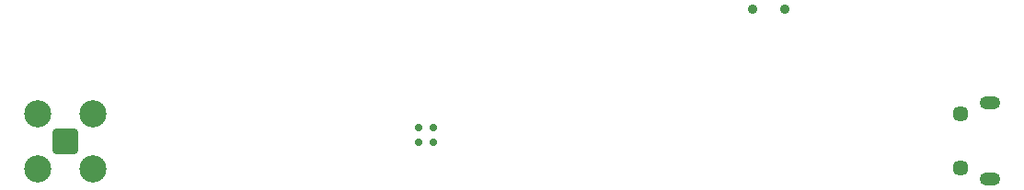
<source format=gbs>
G04 #@! TF.GenerationSoftware,KiCad,Pcbnew,7.0.9-1.fc38*
G04 #@! TF.CreationDate,2023-11-15T09:02:08+02:00*
G04 #@! TF.ProjectId,transceiver_board,7472616e-7363-4656-9976-65725f626f61,rev?*
G04 #@! TF.SameCoordinates,Original*
G04 #@! TF.FileFunction,Soldermask,Bot*
G04 #@! TF.FilePolarity,Negative*
%FSLAX46Y46*%
G04 Gerber Fmt 4.6, Leading zero omitted, Abs format (unit mm)*
G04 Created by KiCad (PCBNEW 7.0.9-1.fc38) date 2023-11-15 09:02:08*
%MOMM*%
%LPD*%
G01*
G04 APERTURE LIST*
G04 Aperture macros list*
%AMRoundRect*
0 Rectangle with rounded corners*
0 $1 Rounding radius*
0 $2 $3 $4 $5 $6 $7 $8 $9 X,Y pos of 4 corners*
0 Add a 4 corners polygon primitive as box body*
4,1,4,$2,$3,$4,$5,$6,$7,$8,$9,$2,$3,0*
0 Add four circle primitives for the rounded corners*
1,1,$1+$1,$2,$3*
1,1,$1+$1,$4,$5*
1,1,$1+$1,$6,$7*
1,1,$1+$1,$8,$9*
0 Add four rect primitives between the rounded corners*
20,1,$1+$1,$2,$3,$4,$5,0*
20,1,$1+$1,$4,$5,$6,$7,0*
20,1,$1+$1,$6,$7,$8,$9,0*
20,1,$1+$1,$8,$9,$2,$3,0*%
G04 Aperture macros list end*
%ADD10RoundRect,0.200100X0.949900X-0.949900X0.949900X0.949900X-0.949900X0.949900X-0.949900X-0.949900X0*%
%ADD11C,2.500000*%
%ADD12C,0.900000*%
%ADD13O,1.900000X1.200000*%
%ADD14C,1.450000*%
%ADD15C,0.700000*%
G04 APERTURE END LIST*
D10*
X99540000Y-93046250D03*
D11*
X97000000Y-95586250D03*
X102080000Y-95586250D03*
X97000000Y-90506250D03*
X102080000Y-90506250D03*
D12*
X165750000Y-80890000D03*
X162750000Y-80890000D03*
D13*
X184600000Y-96550000D03*
D14*
X181900000Y-95550000D03*
X181900000Y-90550000D03*
D13*
X184600000Y-89550000D03*
D15*
X132042500Y-93141250D03*
X133392500Y-93141250D03*
X132042500Y-91791250D03*
X133392500Y-91791250D03*
M02*

</source>
